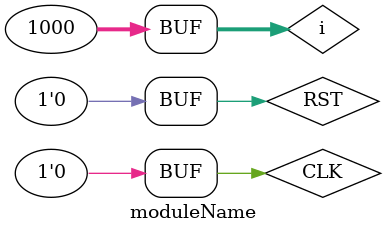
<source format=v>
module moduleName ();

reg CLK;
wire [31:0] OUT;
reg RST;
integer i;
SingleCpu SingleCpu1 (.CLK(CLK), .RST(RST), .OUT(OUT));

initial begin
    RST = 1;
    CLK = 0;
    #50;
    CLK = 1;
    #50
    RST = 0;
    CLK = 0;
    #50
    for(i=0; i<1000; i=i+1) begin
        CLK = 1;
        #50
        CLK = 0;
        #50;
    end


end


// always begin
//     #6 CLK=0;
//     #4 CLK=1;
// end

    
endmodule
</source>
